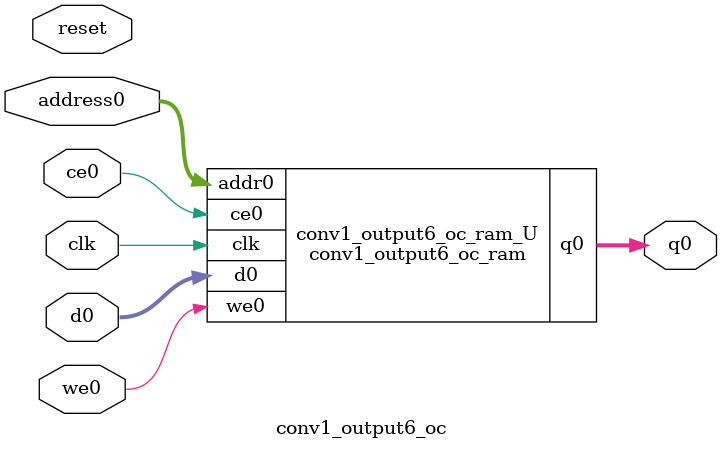
<source format=v>

`timescale 1 ns / 1 ps
module conv1_output6_oc_ram (addr0, ce0, d0, we0, q0,  clk);

parameter DWIDTH = 32;
parameter AWIDTH = 4;
parameter MEM_SIZE = 10;

input[AWIDTH-1:0] addr0;
input ce0;
input[DWIDTH-1:0] d0;
input we0;
output reg[DWIDTH-1:0] q0;
input clk;

(* ram_style = "distributed" *)reg [DWIDTH-1:0] ram[0:MEM_SIZE-1];




always @(posedge clk)  
begin 
    if (ce0) 
    begin
        if (we0) 
        begin 
            ram[addr0] <= d0; 
            q0 <= d0;
        end 
        else 
            q0 <= ram[addr0];
    end
end


endmodule


`timescale 1 ns / 1 ps
module conv1_output6_oc(
    reset,
    clk,
    address0,
    ce0,
    we0,
    d0,
    q0);

parameter DataWidth = 32'd32;
parameter AddressRange = 32'd10;
parameter AddressWidth = 32'd4;
input reset;
input clk;
input[AddressWidth - 1:0] address0;
input ce0;
input we0;
input[DataWidth - 1:0] d0;
output[DataWidth - 1:0] q0;



conv1_output6_oc_ram conv1_output6_oc_ram_U(
    .clk( clk ),
    .addr0( address0 ),
    .ce0( ce0 ),
    .we0( we0 ),
    .d0( d0 ),
    .q0( q0 ));

endmodule


</source>
